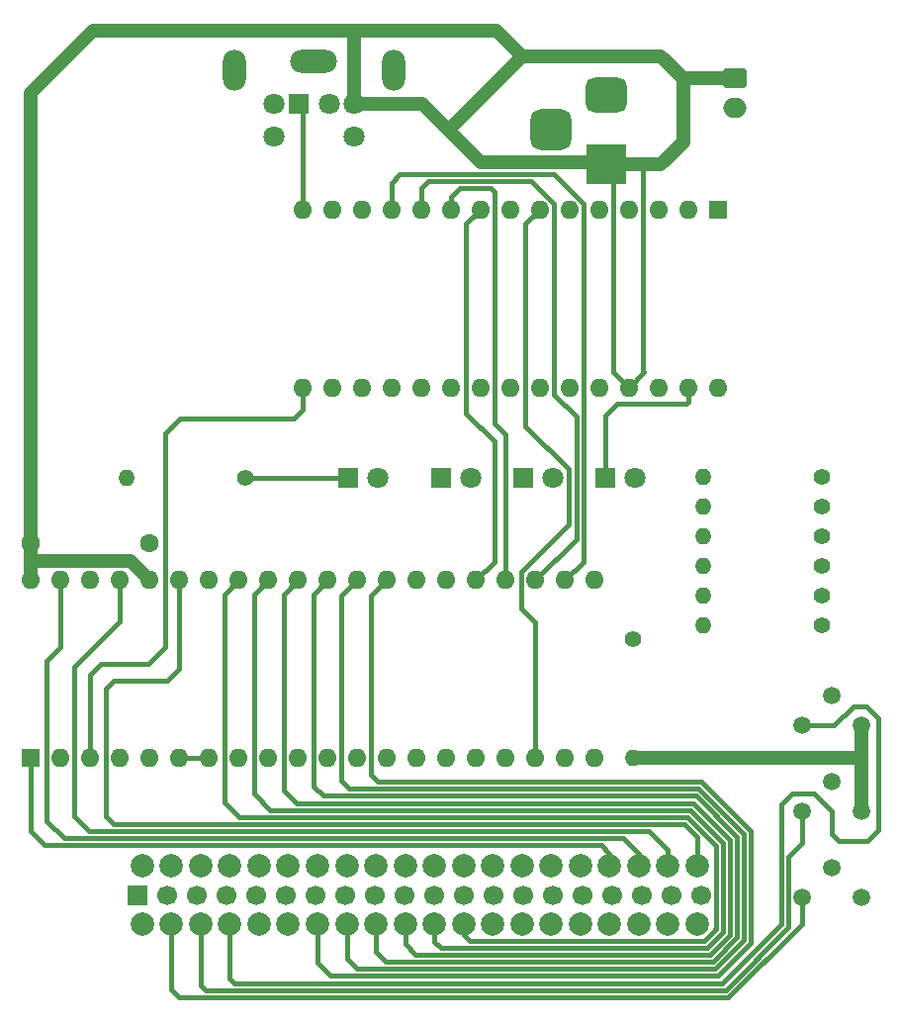
<source format=gbr>
%TF.GenerationSoftware,KiCad,Pcbnew,9.0.3*%
%TF.CreationDate,2025-11-18T20:02:22+00:00*%
%TF.ProjectId,EinsteinTC01PS2,45696e73-7465-4696-9e54-433031505332,rev?*%
%TF.SameCoordinates,Original*%
%TF.FileFunction,Copper,L1,Top*%
%TF.FilePolarity,Positive*%
%FSLAX46Y46*%
G04 Gerber Fmt 4.6, Leading zero omitted, Abs format (unit mm)*
G04 Created by KiCad (PCBNEW 9.0.3) date 2025-11-18 20:02:22*
%MOMM*%
%LPD*%
G01*
G04 APERTURE LIST*
G04 Aperture macros list*
%AMRoundRect*
0 Rectangle with rounded corners*
0 $1 Rounding radius*
0 $2 $3 $4 $5 $6 $7 $8 $9 X,Y pos of 4 corners*
0 Add a 4 corners polygon primitive as box body*
4,1,4,$2,$3,$4,$5,$6,$7,$8,$9,$2,$3,0*
0 Add four circle primitives for the rounded corners*
1,1,$1+$1,$2,$3*
1,1,$1+$1,$4,$5*
1,1,$1+$1,$6,$7*
1,1,$1+$1,$8,$9*
0 Add four rect primitives between the rounded corners*
20,1,$1+$1,$2,$3,$4,$5,0*
20,1,$1+$1,$4,$5,$6,$7,0*
20,1,$1+$1,$6,$7,$8,$9,0*
20,1,$1+$1,$8,$9,$2,$3,0*%
G04 Aperture macros list end*
%TA.AperFunction,ComponentPad*%
%ADD10C,1.400000*%
%TD*%
%TA.AperFunction,ComponentPad*%
%ADD11O,1.400000X1.400000*%
%TD*%
%TA.AperFunction,ComponentPad*%
%ADD12RoundRect,0.250000X-0.750000X0.600000X-0.750000X-0.600000X0.750000X-0.600000X0.750000X0.600000X0*%
%TD*%
%TA.AperFunction,ComponentPad*%
%ADD13O,2.000000X1.700000*%
%TD*%
%TA.AperFunction,ComponentPad*%
%ADD14R,3.500000X3.500000*%
%TD*%
%TA.AperFunction,ComponentPad*%
%ADD15RoundRect,0.750000X-1.000000X0.750000X-1.000000X-0.750000X1.000000X-0.750000X1.000000X0.750000X0*%
%TD*%
%TA.AperFunction,ComponentPad*%
%ADD16RoundRect,0.875000X-0.875000X0.875000X-0.875000X-0.875000X0.875000X-0.875000X0.875000X0.875000X0*%
%TD*%
%TA.AperFunction,ComponentPad*%
%ADD17R,1.800000X1.800000*%
%TD*%
%TA.AperFunction,ComponentPad*%
%ADD18C,1.800000*%
%TD*%
%TA.AperFunction,ComponentPad*%
%ADD19R,1.600000X1.600000*%
%TD*%
%TA.AperFunction,ComponentPad*%
%ADD20O,1.600000X1.600000*%
%TD*%
%TA.AperFunction,ComponentPad*%
%ADD21C,1.500000*%
%TD*%
%TA.AperFunction,ComponentPad*%
%ADD22C,2.000000*%
%TD*%
%TA.AperFunction,ComponentPad*%
%ADD23R,1.700000X1.700000*%
%TD*%
%TA.AperFunction,ComponentPad*%
%ADD24C,1.700000*%
%TD*%
%TA.AperFunction,ComponentPad*%
%ADD25O,2.000000X3.500000*%
%TD*%
%TA.AperFunction,ComponentPad*%
%ADD26O,4.000000X2.000000*%
%TD*%
%TA.AperFunction,ComponentPad*%
%ADD27C,1.600000*%
%TD*%
%TA.AperFunction,Conductor*%
%ADD28C,1.200000*%
%TD*%
%TA.AperFunction,Conductor*%
%ADD29C,0.400000*%
%TD*%
G04 APERTURE END LIST*
D10*
%TO.P,R5,1*%
%TO.N,Net-(D4-A)*%
X230190000Y-103470000D03*
D11*
%TO.P,R5,2*%
%TO.N,CTRL*%
X220030000Y-103470000D03*
%TD*%
D10*
%TO.P,R4,1*%
%TO.N,Net-(D3-A)*%
X230190000Y-98380000D03*
D11*
%TO.P,R4,2*%
%TO.N,SHIFT*%
X220030000Y-98380000D03*
%TD*%
D12*
%TO.P,J3,1,Pin_1*%
%TO.N,+5V*%
X222730000Y-59200000D03*
D13*
%TO.P,J3,2,Pin_2*%
%TO.N,GND*%
X222730000Y-61700000D03*
%TD*%
D14*
%TO.P,J1,1*%
%TO.N,+5V*%
X211660000Y-66590000D03*
D15*
%TO.P,J1,2*%
%TO.N,GND*%
X211660000Y-60590000D03*
D16*
%TO.P,J1,3*%
X206960000Y-63590000D03*
%TD*%
D10*
%TO.P,R9,1*%
%TO.N,Net-(D4-A)*%
X230190000Y-106010000D03*
D11*
%TO.P,R9,2*%
%TO.N,Net-(Q3-B)*%
X220030000Y-106010000D03*
%TD*%
D17*
%TO.P,D5,1,K*%
%TO.N,GND*%
X211590000Y-93370000D03*
D18*
%TO.P,D5,2,A*%
%TO.N,Net-(D5-A)*%
X214130000Y-93370000D03*
%TD*%
D19*
%TO.P,U2,1,TX1*%
%TO.N,unconnected-(U2-TX1-Pad1)*%
X221240000Y-70435000D03*
D20*
%TO.P,U2,2,RXD*%
%TO.N,unconnected-(U2-RXD-Pad2)*%
X218700000Y-70435000D03*
%TO.P,U2,3,RST*%
%TO.N,unconnected-(U2-RST-Pad3)*%
X216160000Y-70435000D03*
%TO.P,U2,4,GND*%
%TO.N,GND*%
X213620000Y-70435000D03*
%TO.P,U2,5,D2*%
%TO.N,MTDATA*%
X211080000Y-70435000D03*
%TO.P,U2,6,D3*%
%TO.N,PS2-CLK*%
X208540000Y-70435000D03*
%TO.P,U2,7,D4*%
%TO.N,MTSTROBE*%
X206000000Y-70435000D03*
%TO.P,U2,8,D5*%
%TO.N,AY2*%
X203460000Y-70435000D03*
%TO.P,U2,9,D6*%
%TO.N,AY1*%
X200920000Y-70435000D03*
%TO.P,U2,10,D7*%
%TO.N,AY0*%
X198380000Y-70435000D03*
%TO.P,U2,11,D8*%
%TO.N,AX2*%
X195840000Y-70435000D03*
%TO.P,U2,12,D9*%
%TO.N,AX1*%
X193300000Y-70435000D03*
%TO.P,U2,13,D10*%
%TO.N,AX0*%
X190760000Y-70435000D03*
%TO.P,U2,14,D11*%
%TO.N,AX3*%
X188220000Y-70435000D03*
%TO.P,U2,15,D12*%
%TO.N,PS2-DATA*%
X185680000Y-70435000D03*
%TO.P,U2,16,D13*%
%TO.N,MTRESET*%
X185680000Y-85675000D03*
%TO.P,U2,17,3V3*%
%TO.N,unconnected-(U2-3V3-Pad17)*%
X188220000Y-85675000D03*
%TO.P,U2,18,REF*%
%TO.N,unconnected-(U2-REF-Pad18)*%
X190760000Y-85675000D03*
%TO.P,U2,19,A0*%
%TO.N,SHIFT*%
X193300000Y-85675000D03*
%TO.P,U2,20,A1*%
%TO.N,unconnected-(U2-A1-Pad20)*%
X195840000Y-85675000D03*
%TO.P,U2,21,A2*%
%TO.N,CTRL*%
X198380000Y-85675000D03*
%TO.P,U2,22,A3*%
%TO.N,GRPH*%
X200920000Y-85675000D03*
%TO.P,U2,23,A4*%
%TO.N,unconnected-(U2-A4-Pad23)*%
X203460000Y-85675000D03*
%TO.P,U2,24,A5*%
%TO.N,unconnected-(U2-A5-Pad24)*%
X206000000Y-85675000D03*
%TO.P,U2,25,A6*%
%TO.N,unconnected-(U2-A6-Pad25)*%
X208540000Y-85675000D03*
%TO.P,U2,26,A7*%
%TO.N,unconnected-(U2-A7-Pad26)*%
X211080000Y-85675000D03*
%TO.P,U2,27,5V*%
%TO.N,+5V*%
X213620000Y-85675000D03*
%TO.P,U2,28,RST*%
%TO.N,unconnected-(U2-RST-Pad28)*%
X216160000Y-85675000D03*
%TO.P,U2,29,GND*%
%TO.N,GND*%
X218700000Y-85675000D03*
%TO.P,U2,30,VIN*%
%TO.N,unconnected-(U2-VIN-Pad30)*%
X221240000Y-85675000D03*
%TD*%
D17*
%TO.P,D4,1,K*%
%TO.N,GND*%
X204600000Y-93370000D03*
D18*
%TO.P,D4,2,A*%
%TO.N,Net-(D4-A)*%
X207140000Y-93370000D03*
%TD*%
D21*
%TO.P,Q3,1,C*%
%TO.N,~{CTRL}*%
X228440000Y-129330000D03*
%TO.P,Q3,2,B*%
%TO.N,Net-(Q3-B)*%
X230980000Y-126790000D03*
%TO.P,Q3,3,E*%
%TO.N,GND*%
X233520000Y-129330000D03*
%TD*%
D19*
%TO.P,U1,1,Y3*%
%TO.N,Y3*%
X162440000Y-117380000D03*
D20*
%TO.P,U1,2,AY2*%
%TO.N,AY2*%
X164980000Y-117380000D03*
%TO.P,U1,3,RESET*%
%TO.N,MTRESET*%
X167520000Y-117380000D03*
%TO.P,U1,4,AX3*%
%TO.N,AX3*%
X170060000Y-117380000D03*
%TO.P,U1,5,AX0*%
%TO.N,AX0*%
X172600000Y-117380000D03*
%TO.P,U1,6,X14*%
%TO.N,Net-(U1-X10)*%
X175140000Y-117380000D03*
%TO.P,U1,7,X15*%
X177680000Y-117380000D03*
%TO.P,U1,8,X6*%
%TO.N,X6*%
X180220000Y-117380000D03*
%TO.P,U1,9,X7*%
%TO.N,X7*%
X182760000Y-117380000D03*
%TO.P,U1,10,X8*%
%TO.N,Net-(U1-X10)*%
X185300000Y-117380000D03*
%TO.P,U1,11,X9*%
X187840000Y-117380000D03*
%TO.P,U1,12,X10*%
X190380000Y-117380000D03*
%TO.P,U1,13,X11*%
X192920000Y-117380000D03*
%TO.P,U1,14,N/C*%
%TO.N,unconnected-(U1-N{slash}C-Pad14)*%
X195460000Y-117380000D03*
%TO.P,U1,15,Y7*%
%TO.N,Y7*%
X198000000Y-117380000D03*
%TO.P,U1,16,VSS*%
%TO.N,GND*%
X200540000Y-117380000D03*
%TO.P,U1,17,Y6*%
%TO.N,Y6*%
X203080000Y-117380000D03*
%TO.P,U1,18,STROBE*%
%TO.N,MTSTROBE*%
X205620000Y-117380000D03*
%TO.P,U1,19,Y5*%
%TO.N,Y5*%
X208160000Y-117380000D03*
%TO.P,U1,20,VEE*%
%TO.N,GND*%
X210700000Y-117380000D03*
%TO.P,U1,21,Y4*%
%TO.N,Y4*%
X210700000Y-102140000D03*
%TO.P,U1,22,AX1*%
%TO.N,AX1*%
X208160000Y-102140000D03*
%TO.P,U1,23,AX2*%
%TO.N,AX2*%
X205620000Y-102140000D03*
%TO.P,U1,24,AY0*%
%TO.N,AY0*%
X203080000Y-102140000D03*
%TO.P,U1,25,AY1*%
%TO.N,AY1*%
X200540000Y-102140000D03*
%TO.P,U1,26,X13*%
%TO.N,Net-(U1-X10)*%
X198000000Y-102140000D03*
%TO.P,U1,27,X12*%
X195460000Y-102140000D03*
%TO.P,U1,28,X5*%
%TO.N,X5*%
X192920000Y-102140000D03*
%TO.P,U1,29,X4*%
%TO.N,X4*%
X190380000Y-102140000D03*
%TO.P,U1,30,X3*%
%TO.N,X3*%
X187840000Y-102140000D03*
%TO.P,U1,31,X2*%
%TO.N,X2*%
X185300000Y-102140000D03*
%TO.P,U1,32,X1*%
%TO.N,X1*%
X182760000Y-102140000D03*
%TO.P,U1,33,X0*%
%TO.N,X0*%
X180220000Y-102140000D03*
%TO.P,U1,34,N/C*%
%TO.N,unconnected-(U1-N{slash}C-Pad34)*%
X177680000Y-102140000D03*
%TO.P,U1,35,Y0*%
%TO.N,Y0*%
X175140000Y-102140000D03*
%TO.P,U1,36,CS*%
%TO.N,+5V*%
X172600000Y-102140000D03*
%TO.P,U1,37,Y1*%
%TO.N,Y1*%
X170060000Y-102140000D03*
%TO.P,U1,38,DATA*%
%TO.N,MTDATA*%
X167520000Y-102140000D03*
%TO.P,U1,39,Y2*%
%TO.N,Y2*%
X164980000Y-102140000D03*
%TO.P,U1,40,VDD*%
%TO.N,+5V*%
X162440000Y-102140000D03*
%TD*%
D10*
%TO.P,R6,1*%
%TO.N,Net-(D5-A)*%
X230190000Y-93300000D03*
D11*
%TO.P,R6,2*%
%TO.N,GRPH*%
X220030000Y-93300000D03*
%TD*%
D21*
%TO.P,Q2,1,C*%
%TO.N,~{SHIFT}*%
X228440000Y-121940000D03*
%TO.P,Q2,2,B*%
%TO.N,Net-(Q2-B)*%
X230980000Y-119400000D03*
%TO.P,Q2,3,E*%
%TO.N,GND*%
X233520000Y-121940000D03*
%TD*%
D17*
%TO.P,D3,1,K*%
%TO.N,GND*%
X197575000Y-93370000D03*
D18*
%TO.P,D3,2,A*%
%TO.N,Net-(D3-A)*%
X200115000Y-93370000D03*
%TD*%
D17*
%TO.P,D2,1,K*%
%TO.N,Net-(D2-K)*%
X189610000Y-93370000D03*
D18*
%TO.P,D2,2,A*%
%TO.N,+5V*%
X192150000Y-93370000D03*
%TD*%
D10*
%TO.P,R3,1*%
%TO.N,Net-(D2-K)*%
X180790000Y-93410000D03*
D11*
%TO.P,R3,2*%
%TO.N,GND*%
X170630000Y-93410000D03*
%TD*%
D21*
%TO.P,Q4,1,C*%
%TO.N,~{GRPH}*%
X228440000Y-114580000D03*
%TO.P,Q4,2,B*%
%TO.N,Net-(Q4-B)*%
X230980000Y-112040000D03*
%TO.P,Q4,3,E*%
%TO.N,GND*%
X233520000Y-114580000D03*
%TD*%
D10*
%TO.P,R1,1*%
%TO.N,Net-(U1-X10)*%
X213990000Y-107220000D03*
D11*
%TO.P,R1,2*%
%TO.N,GND*%
X213990000Y-117380000D03*
%TD*%
D22*
%TO.P,KB1,1,Pin_1*%
%TO.N,GND*%
X171980000Y-126600000D03*
D23*
X171580000Y-129100000D03*
D22*
X171980000Y-131600000D03*
%TO.P,KB1,2,Pin_2*%
%TO.N,~{CTRL}*%
X174480000Y-126600000D03*
D24*
X174120000Y-129100000D03*
D22*
X174480000Y-131600000D03*
%TO.P,KB1,3,Pin_3*%
%TO.N,~{SHIFT}*%
X176980000Y-126600000D03*
D24*
X176660000Y-129100000D03*
D22*
X176980000Y-131600000D03*
%TO.P,KB1,4,Pin_4*%
%TO.N,~{GRPH}*%
X179480000Y-126600000D03*
D24*
X179200000Y-129100000D03*
D22*
X179480000Y-131600000D03*
%TO.P,KB1,5,Pin_5*%
%TO.N,X7*%
X181980000Y-126600000D03*
D24*
X181740000Y-129100000D03*
D22*
X181980000Y-131600000D03*
%TO.P,KB1,6,Pin_6*%
%TO.N,X6*%
X184480000Y-126600000D03*
D24*
X184280000Y-129100000D03*
D22*
X184480000Y-131600000D03*
%TO.P,KB1,7,Pin_7*%
%TO.N,X5*%
X186980000Y-126600000D03*
D24*
X186820000Y-129100000D03*
D22*
X186980000Y-131600000D03*
%TO.P,KB1,8,Pin_8*%
%TO.N,X4*%
X189480000Y-126600000D03*
D24*
X189360000Y-129100000D03*
D22*
X189480000Y-131600000D03*
%TO.P,KB1,9,Pin_9*%
%TO.N,X3*%
X191980000Y-126600000D03*
D24*
X191900000Y-129100000D03*
D22*
X191980000Y-131600000D03*
%TO.P,KB1,10,Pin_10*%
%TO.N,X2*%
X194480000Y-126600000D03*
D24*
X194440000Y-129100000D03*
D22*
X194480000Y-131600000D03*
%TO.P,KB1,11,Pin_11*%
%TO.N,X1*%
X196980000Y-126600000D03*
D24*
X196980000Y-129100000D03*
D22*
X196980000Y-131600000D03*
%TO.P,KB1,12,Pin_12*%
%TO.N,X0*%
X199480000Y-126600000D03*
D24*
X199520000Y-129100000D03*
D22*
X199480000Y-131600000D03*
%TO.P,KB1,13,Pin_13*%
%TO.N,Y7*%
X201980000Y-126600000D03*
D24*
X202060000Y-129100000D03*
D22*
X201980000Y-131600000D03*
%TO.P,KB1,14,Pin_14*%
%TO.N,Y6*%
X204480000Y-126600000D03*
D24*
X204600000Y-129100000D03*
D22*
X204480000Y-131600000D03*
%TO.P,KB1,15,Pin_15*%
%TO.N,Y5*%
X206980000Y-126600000D03*
D24*
X207140000Y-129100000D03*
D22*
X206980000Y-131600000D03*
%TO.P,KB1,16,Pin_16*%
%TO.N,Y4*%
X209480000Y-126600000D03*
D24*
X209680000Y-129100000D03*
D22*
X209480000Y-131600000D03*
%TO.P,KB1,17,Pin_17*%
%TO.N,Y3*%
X211980000Y-126600000D03*
D24*
X212220000Y-129100000D03*
D22*
X211980000Y-131600000D03*
%TO.P,KB1,18,Pin_18*%
%TO.N,Y2*%
X214480000Y-126600000D03*
D24*
X214760000Y-129100000D03*
D22*
X214480000Y-131600000D03*
%TO.P,KB1,19,Pin_19*%
%TO.N,Y1*%
X216940000Y-126600000D03*
D24*
X217300000Y-129100000D03*
D22*
X216940000Y-131600000D03*
%TO.P,KB1,20,Pin_20*%
%TO.N,Y0*%
X219480000Y-126600000D03*
D24*
X219840000Y-129100000D03*
D22*
X219480000Y-131600000D03*
%TD*%
D10*
%TO.P,R10,1*%
%TO.N,Net-(D5-A)*%
X230190000Y-95840000D03*
D11*
%TO.P,R10,2*%
%TO.N,Net-(Q4-B)*%
X220030000Y-95840000D03*
%TD*%
D17*
%TO.P,J2,1*%
%TO.N,PS2-DATA*%
X185380000Y-61380000D03*
D18*
%TO.P,J2,2*%
%TO.N,unconnected-(J2-Pad2)*%
X187980000Y-61380000D03*
%TO.P,J2,3*%
%TO.N,GND*%
X183280000Y-61380000D03*
%TO.P,J2,4*%
%TO.N,+5V*%
X190080000Y-61380000D03*
%TO.P,J2,5*%
%TO.N,PS2-CLK*%
X183280000Y-64180000D03*
%TO.P,J2,6*%
%TO.N,unconnected-(J2-Pad6)*%
X190080000Y-64180000D03*
D25*
%TO.P,J2,7,GND*%
%TO.N,GND*%
X193530000Y-58530000D03*
D26*
X186680000Y-57730000D03*
D25*
X179830000Y-58530000D03*
%TD*%
D27*
%TO.P,C1,1*%
%TO.N,+5V*%
X162442500Y-98997500D03*
%TO.P,C1,2*%
%TO.N,GND*%
X172602500Y-98997500D03*
%TD*%
D10*
%TO.P,R8,1*%
%TO.N,Net-(D3-A)*%
X230190000Y-100920000D03*
D11*
%TO.P,R8,2*%
%TO.N,Net-(Q2-B)*%
X220030000Y-100920000D03*
%TD*%
D28*
%TO.N,+5V*%
X190080000Y-55160000D02*
X190100000Y-55140000D01*
X190080000Y-61380000D02*
X190080000Y-55160000D01*
X190100000Y-55140000D02*
X202340000Y-55140000D01*
X216380000Y-66590000D02*
X212330000Y-66590000D01*
X218300000Y-64670000D02*
X216380000Y-66590000D01*
X218300000Y-59200000D02*
X218300000Y-64670000D01*
D29*
%TO.N,GND*%
X218540000Y-87000000D02*
X218700000Y-86840000D01*
X212640000Y-87000000D02*
X218540000Y-87000000D01*
D28*
X233520000Y-117380000D02*
X233520000Y-114580000D01*
X233520000Y-117380000D02*
X233520000Y-121940000D01*
D29*
X211590000Y-93370000D02*
X211590000Y-88050000D01*
X218700000Y-86840000D02*
X218700000Y-85675000D01*
D28*
X213990000Y-117380000D02*
X233520000Y-117380000D01*
D29*
X211590000Y-88050000D02*
X212640000Y-87000000D01*
D28*
%TO.N,+5V*%
X216400000Y-57300000D02*
X204500000Y-57300000D01*
X162442500Y-98997500D02*
X162442500Y-100550000D01*
X190080000Y-61380000D02*
X195950000Y-61380000D01*
X162442500Y-60467500D02*
X167770000Y-55140000D01*
X200967000Y-66397000D02*
X211467000Y-66397000D01*
X202340000Y-55140000D02*
X204500000Y-57300000D01*
X170999000Y-100539000D02*
X172600000Y-102140000D01*
D29*
X212281000Y-84336000D02*
X212281000Y-67211000D01*
D28*
X162442500Y-100550000D02*
X162442500Y-102137500D01*
X195950000Y-61380000D02*
X198155000Y-63585000D01*
X218300000Y-59200000D02*
X216400000Y-57300000D01*
X167770000Y-55140000D02*
X190100000Y-55140000D01*
D29*
X214959000Y-84336000D02*
X214860000Y-84237000D01*
D28*
X198215000Y-63585000D02*
X198155000Y-63585000D01*
X162442500Y-102137500D02*
X162440000Y-102140000D01*
X198155000Y-63585000D02*
X200967000Y-66397000D01*
D29*
X213620000Y-85675000D02*
X214959000Y-84336000D01*
D28*
X162442500Y-100550000D02*
X162453500Y-100539000D01*
D29*
X214860000Y-84237000D02*
X214860000Y-66780000D01*
D28*
X204500000Y-57300000D02*
X198215000Y-63585000D01*
D29*
X212281000Y-84336000D02*
X213620000Y-85675000D01*
D28*
X162453500Y-100539000D02*
X170999000Y-100539000D01*
X222730000Y-59200000D02*
X218300000Y-59200000D01*
X162442500Y-98997500D02*
X162442500Y-60467500D01*
D29*
%TO.N,Net-(D2-K)*%
X189570000Y-93410000D02*
X189610000Y-93370000D01*
X180790000Y-93410000D02*
X189570000Y-93410000D01*
%TO.N,PS2-DATA*%
X185680000Y-61680000D02*
X185380000Y-61380000D01*
X185680000Y-70435000D02*
X185680000Y-61680000D01*
%TO.N,~{CTRL}*%
X175140000Y-137840000D02*
X174480000Y-137180000D01*
X222139942Y-137840000D02*
X175140000Y-137840000D01*
X228440000Y-129330000D02*
X228440000Y-131539942D01*
X174480000Y-137180000D02*
X174480000Y-131600000D01*
X228440000Y-131539942D02*
X222139942Y-137840000D01*
%TO.N,Y0*%
X169539000Y-123019000D02*
X168840000Y-122320000D01*
X175140000Y-109730000D02*
X175140000Y-102140000D01*
X169550000Y-110740000D02*
X174130000Y-110740000D01*
X219480000Y-126600000D02*
X219480000Y-124120000D01*
X168840000Y-111450000D02*
X169550000Y-110740000D01*
X174130000Y-110740000D02*
X175140000Y-109730000D01*
X218379000Y-123019000D02*
X169539000Y-123019000D01*
X219480000Y-124120000D02*
X218379000Y-123019000D01*
X168840000Y-122320000D02*
X168840000Y-111450000D01*
%TO.N,Y1*%
X216940000Y-125200000D02*
X215360000Y-123620000D01*
X170060000Y-105690000D02*
X170060000Y-102140000D01*
X166181000Y-109569000D02*
X170060000Y-105690000D01*
X216940000Y-126600000D02*
X216940000Y-125200000D01*
X166181000Y-122361000D02*
X166181000Y-109569000D01*
X215360000Y-123620000D02*
X167440000Y-123620000D01*
X167440000Y-123620000D02*
X166181000Y-122361000D01*
%TO.N,Y2*%
X165269000Y-124229000D02*
X163779000Y-122739000D01*
X213119000Y-124229000D02*
X165269000Y-124229000D01*
X164980000Y-107830000D02*
X164980000Y-102140000D01*
X214480000Y-126600000D02*
X214480000Y-125590000D01*
X163779000Y-109031000D02*
X164980000Y-107830000D01*
X214480000Y-125590000D02*
X213119000Y-124229000D01*
X163779000Y-122739000D02*
X163779000Y-109031000D01*
%TO.N,Y3*%
X211980000Y-125570000D02*
X211980000Y-126600000D01*
X162440000Y-117380000D02*
X162440000Y-123640000D01*
X211240000Y-124830000D02*
X211980000Y-125570000D01*
X163630000Y-124830000D02*
X211240000Y-124830000D01*
X162440000Y-123640000D02*
X163630000Y-124830000D01*
%TO.N,~{SHIFT}*%
X177411000Y-137221000D02*
X221909000Y-137221000D01*
X176980000Y-131600000D02*
X176980000Y-136790000D01*
X221909000Y-137221000D02*
X227289000Y-131841000D01*
X176980000Y-136790000D02*
X177411000Y-137221000D01*
X227289000Y-131841000D02*
X227289000Y-125781000D01*
X228440000Y-124630000D02*
X228440000Y-121940000D01*
X227289000Y-125781000D02*
X228440000Y-124630000D01*
%TO.N,X0*%
X200001000Y-133001000D02*
X199480000Y-132480000D01*
X199480000Y-132480000D02*
X199480000Y-131600000D01*
X221091000Y-131959000D02*
X221010000Y-132040000D01*
X218627942Y-122418000D02*
X221091000Y-124881058D01*
X221010000Y-132051314D02*
X220060314Y-133001000D01*
X220060314Y-133001000D02*
X200001000Y-133001000D01*
X179019000Y-121177000D02*
X180260000Y-122418000D01*
X180260000Y-122418000D02*
X218627942Y-122418000D01*
X179019000Y-103341000D02*
X179019000Y-121177000D01*
X180220000Y-102140000D02*
X179019000Y-103341000D01*
X221010000Y-132040000D02*
X221010000Y-132051314D01*
X221091000Y-124881058D02*
X221091000Y-131959000D01*
%TO.N,X1*%
X221692000Y-132219256D02*
X220309256Y-133602000D01*
X221692000Y-124632116D02*
X221692000Y-132219256D01*
X220309256Y-133602000D02*
X197522000Y-133602000D01*
X181559000Y-120439000D02*
X182930000Y-121810000D01*
X197522000Y-133602000D02*
X196980000Y-133060000D01*
X182930000Y-121810000D02*
X218869884Y-121810000D01*
X196980000Y-133060000D02*
X196980000Y-131600000D01*
X181559000Y-103341000D02*
X181559000Y-120439000D01*
X218869884Y-121810000D02*
X221692000Y-124632116D01*
X182760000Y-102140000D02*
X181559000Y-103341000D01*
%TO.N,X2*%
X222293000Y-124383174D02*
X222293000Y-132468198D01*
X185300000Y-102140000D02*
X184099000Y-103341000D01*
X220558198Y-134203000D02*
X195383000Y-134203000D01*
X185199000Y-121209000D02*
X219118826Y-121209000D01*
X195383000Y-134203000D02*
X194480000Y-133300000D01*
X219118826Y-121209000D02*
X222293000Y-124383174D01*
X194480000Y-133300000D02*
X194480000Y-131600000D01*
X184099000Y-103341000D02*
X184099000Y-120109000D01*
X222293000Y-132468198D02*
X220558198Y-134203000D01*
X184099000Y-120109000D02*
X185199000Y-121209000D01*
%TO.N,X3*%
X222894000Y-132717140D02*
X220807140Y-134804000D01*
X186639000Y-119769000D02*
X187478000Y-120608000D01*
X219367768Y-120608000D02*
X222894000Y-124134232D01*
X222894000Y-124134232D02*
X222894000Y-132717140D01*
X186639000Y-103341000D02*
X186639000Y-119769000D01*
X187478000Y-120608000D02*
X219367768Y-120608000D01*
X220807140Y-134804000D02*
X192834000Y-134804000D01*
X187840000Y-102140000D02*
X186639000Y-103341000D01*
X192834000Y-134804000D02*
X191980000Y-133950000D01*
X191980000Y-133950000D02*
X191980000Y-131600000D01*
%TO.N,X4*%
X190380000Y-102140000D02*
X189041000Y-103479000D01*
X190340000Y-135410000D02*
X189480000Y-134550000D01*
X223495000Y-132966082D02*
X221051082Y-135410000D01*
X189041000Y-103479000D02*
X189041000Y-119331000D01*
X189041000Y-119331000D02*
X189717000Y-120007000D01*
X219616710Y-120007000D02*
X223495000Y-123885290D01*
X189717000Y-120007000D02*
X219616710Y-120007000D01*
X223495000Y-123885290D02*
X223495000Y-132966082D01*
X189480000Y-134550000D02*
X189480000Y-131600000D01*
X221051082Y-135410000D02*
X190340000Y-135410000D01*
%TO.N,X5*%
X224096000Y-133215024D02*
X221300024Y-136011000D01*
X221300024Y-136011000D02*
X188091000Y-136011000D01*
X192176000Y-119406000D02*
X219865652Y-119406000D01*
X188091000Y-136011000D02*
X186980000Y-134900000D01*
X191581000Y-118811000D02*
X192176000Y-119406000D01*
X191581000Y-103479000D02*
X191581000Y-118811000D01*
X186980000Y-134900000D02*
X186980000Y-131600000D01*
X224096000Y-123636348D02*
X224096000Y-133215024D01*
X192920000Y-102140000D02*
X191581000Y-103479000D01*
X219865652Y-119406000D02*
X224096000Y-123636348D01*
%TO.N,~{GRPH}*%
X226688000Y-131572000D02*
X226688000Y-121302000D01*
X179902000Y-136620000D02*
X221640000Y-136620000D01*
X234070000Y-124440000D02*
X235000000Y-123510000D01*
X231160000Y-114580000D02*
X228440000Y-114580000D01*
X230980000Y-123830000D02*
X231590000Y-124440000D01*
X235000000Y-123510000D02*
X235000000Y-113950000D01*
X235000000Y-113950000D02*
X233960000Y-112910000D01*
X233960000Y-112910000D02*
X232830000Y-112910000D01*
X232830000Y-112910000D02*
X231160000Y-114580000D01*
X179480000Y-136198000D02*
X179902000Y-136620000D01*
X226688000Y-121302000D02*
X227600000Y-120390000D01*
X230980000Y-121910000D02*
X230980000Y-123830000D01*
X179480000Y-131600000D02*
X179480000Y-136198000D01*
X227600000Y-120390000D02*
X229460000Y-120390000D01*
X231590000Y-124440000D02*
X234070000Y-124440000D01*
X229460000Y-120390000D02*
X230980000Y-121910000D01*
X221640000Y-136620000D02*
X226688000Y-131572000D01*
%TO.N,Net-(U1-X10)*%
X175140000Y-117380000D02*
X177680000Y-117380000D01*
%TO.N,AX1*%
X208160000Y-102140000D02*
X209741000Y-100559000D01*
X209741000Y-100559000D02*
X209741000Y-69937529D01*
X207201471Y-67398000D02*
X194042000Y-67398000D01*
X209741000Y-69937529D02*
X207201471Y-67398000D01*
X194042000Y-67398000D02*
X193300000Y-68140000D01*
X193300000Y-68140000D02*
X193300000Y-70435000D01*
%TO.N,AX2*%
X196451000Y-67999000D02*
X195840000Y-68610000D01*
X205262471Y-67999000D02*
X196451000Y-67999000D01*
X209120000Y-98640000D02*
X209120000Y-88170000D01*
X209120000Y-88170000D02*
X207230000Y-86280000D01*
X207230000Y-86280000D02*
X207230000Y-69966529D01*
X195840000Y-68610000D02*
X195840000Y-70435000D01*
X205620000Y-102140000D02*
X209120000Y-98640000D01*
X207230000Y-69966529D02*
X205262471Y-67999000D01*
%TO.N,AY0*%
X202121000Y-68951000D02*
X202121000Y-88721000D01*
X203080000Y-89680000D02*
X203080000Y-102140000D01*
X201770000Y-68600000D02*
X202121000Y-68951000D01*
X202121000Y-88721000D02*
X203080000Y-89680000D01*
X198380000Y-70435000D02*
X198380000Y-69350000D01*
X199130000Y-68600000D02*
X201770000Y-68600000D01*
X198380000Y-69350000D02*
X199130000Y-68600000D01*
%TO.N,AY1*%
X200540000Y-102140000D02*
X202121000Y-100559000D01*
X199710000Y-71645000D02*
X199710000Y-87890000D01*
X199710000Y-87890000D02*
X202121000Y-90301000D01*
X202121000Y-100559000D02*
X202121000Y-90301000D01*
X200920000Y-70435000D02*
X199710000Y-71645000D01*
%TO.N,MTSTROBE*%
X204419000Y-101431000D02*
X204419000Y-104539000D01*
X204419000Y-104539000D02*
X205620000Y-105740000D01*
X204799000Y-88959000D02*
X208470000Y-92630000D01*
X205620000Y-105740000D02*
X205620000Y-117380000D01*
X208470000Y-92630000D02*
X208470000Y-97380000D01*
X204799000Y-71636000D02*
X204799000Y-88959000D01*
X208470000Y-97380000D02*
X204419000Y-101431000D01*
X206000000Y-70435000D02*
X204799000Y-71636000D01*
%TO.N,MTRESET*%
X173939000Y-89581000D02*
X173939000Y-107891000D01*
X168430000Y-109330000D02*
X167520000Y-110240000D01*
X173939000Y-107891000D02*
X172500000Y-109330000D01*
X185680000Y-85675000D02*
X185680000Y-87590000D01*
X167520000Y-110240000D02*
X167520000Y-117380000D01*
X175170000Y-88350000D02*
X173939000Y-89581000D01*
X172500000Y-109330000D02*
X168430000Y-109330000D01*
X184920000Y-88350000D02*
X175170000Y-88350000D01*
X185680000Y-87590000D02*
X184920000Y-88350000D01*
%TD*%
M02*

</source>
